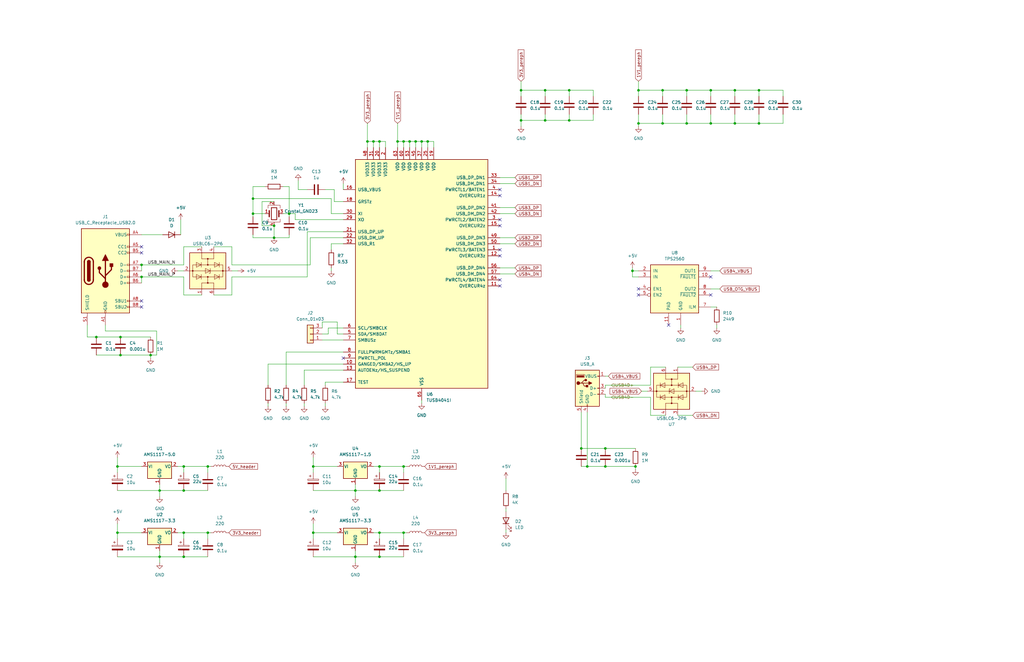
<source format=kicad_sch>
(kicad_sch (version 20211123) (generator eeschema)
  (paper "User" 431.8 279.4)
  (junction (at 167.64 59.69))
  (junction (at 170.18 59.69))
  (junction (at 49.53 196.85))
  (junction (at 154.94 59.69))
  (junction (at 77.47 207.01))
  (junction (at 299.72 38.1))
  (junction (at 50.8 142.24))
  (junction (at 175.26 59.69))
  (junction (at 269.24 52.07))
  (junction (at 77.47 196.85))
  (junction (at 149.86 234.95))
  (junction (at 87.63 224.79))
  (junction (at 255.27 196.85))
  (junction (at 289.56 38.1))
  (junction (at 160.02 196.85))
  (junction (at 121.92 90.17))
  (junction (at 240.03 38.1))
  (junction (at 106.68 90.17))
  (junction (at 266.7 114.3))
  (junction (at 269.24 38.1))
  (junction (at 59.69 116.84))
  (junction (at 299.72 52.07))
  (junction (at 115.57 100.33))
  (junction (at 320.04 52.07))
  (junction (at 67.31 234.95))
  (junction (at 132.08 224.79))
  (junction (at 160.02 207.01))
  (junction (at 172.72 59.69))
  (junction (at 77.47 234.95))
  (junction (at 49.53 224.79))
  (junction (at 289.56 52.07))
  (junction (at 180.34 59.69))
  (junction (at 132.08 196.85))
  (junction (at 106.68 83.82))
  (junction (at 320.04 38.1))
  (junction (at 267.97 196.85))
  (junction (at 177.8 59.69))
  (junction (at 279.4 52.07))
  (junction (at 63.5 149.86))
  (junction (at 40.64 142.24))
  (junction (at 309.88 52.07))
  (junction (at 255.27 189.23))
  (junction (at 240.03 50.8))
  (junction (at 160.02 234.95))
  (junction (at 160.02 224.79))
  (junction (at 87.63 196.85))
  (junction (at 245.11 189.23))
  (junction (at 309.88 38.1))
  (junction (at 157.48 59.69))
  (junction (at 77.47 224.79))
  (junction (at 279.4 38.1))
  (junction (at 160.02 59.69))
  (junction (at 229.87 50.8))
  (junction (at 50.8 149.86))
  (junction (at 219.71 50.8))
  (junction (at 170.18 224.79))
  (junction (at 170.18 196.85))
  (junction (at 67.31 207.01))
  (junction (at 229.87 38.1))
  (junction (at 247.65 196.85))
  (junction (at 149.86 207.01))
  (junction (at 219.71 38.1))
  (junction (at 59.69 111.76))
  (junction (at 115.57 95.25))
  (no_connect (at 59.69 104.14))
  (no_connect (at 59.69 106.68))
  (no_connect (at 59.69 127))
  (no_connect (at 59.69 129.54))
  (no_connect (at 299.72 116.84))
  (no_connect (at 299.72 124.46))
  (no_connect (at 269.24 124.46))
  (no_connect (at 269.24 121.92))
  (no_connect (at 281.94 137.16))
  (no_connect (at 144.78 151.13))
  (no_connect (at 210.82 80.01))
  (no_connect (at 210.82 82.55))
  (no_connect (at 210.82 92.71))
  (no_connect (at 210.82 95.25))
  (no_connect (at 210.82 105.41))
  (no_connect (at 210.82 107.95))
  (no_connect (at 210.82 118.11))
  (no_connect (at 210.82 120.65))
  (wire (pts (xy 289.56 40.64) (xy 289.56 38.1)))
  (wire (pts (xy 138.43 138.43) (xy 138.43 140.97)))
  (wire (pts (xy 97.79 116.84) (xy 97.79 124.46)))
  (wire (pts (xy 144.78 90.17) (xy 139.7 90.17)))
  (wire (pts (xy 77.47 224.79) (xy 87.63 224.79)))
  (wire (pts (xy 87.63 224.79) (xy 87.63 227.33)))
  (wire (pts (xy 210.82 87.63) (xy 217.17 87.63)))
  (wire (pts (xy 49.53 196.85) (xy 59.69 196.85)))
  (wire (pts (xy 132.08 196.85) (xy 142.24 196.85)))
  (wire (pts (xy 77.47 111.76) (xy 77.47 104.14)))
  (wire (pts (xy 139.7 90.17) (xy 139.7 83.82)))
  (wire (pts (xy 97.79 111.76) (xy 130.81 111.76)))
  (wire (pts (xy 139.7 102.87) (xy 144.78 102.87)))
  (wire (pts (xy 125.73 80.01) (xy 129.54 80.01)))
  (wire (pts (xy 50.8 142.24) (xy 63.5 142.24)))
  (wire (pts (xy 330.2 48.26) (xy 330.2 52.07)))
  (wire (pts (xy 180.34 59.69) (xy 180.34 62.23)))
  (wire (pts (xy 132.08 227.33) (xy 132.08 224.79)))
  (wire (pts (xy 125.73 76.2) (xy 125.73 80.01)))
  (wire (pts (xy 44.45 139.7) (xy 66.04 139.7)))
  (wire (pts (xy 219.71 34.29) (xy 219.71 38.1)))
  (wire (pts (xy 76.2 92.71) (xy 76.2 99.06)))
  (wire (pts (xy 77.47 227.33) (xy 77.47 224.79)))
  (wire (pts (xy 229.87 38.1) (xy 240.03 38.1)))
  (wire (pts (xy 219.71 48.26) (xy 219.71 50.8)))
  (wire (pts (xy 266.7 116.84) (xy 269.24 116.84)))
  (wire (pts (xy 142.24 135.89) (xy 135.89 135.89)))
  (wire (pts (xy 144.78 153.67) (xy 113.03 153.67)))
  (wire (pts (xy 172.72 59.69) (xy 172.72 62.23)))
  (wire (pts (xy 66.04 139.7) (xy 66.04 149.86)))
  (wire (pts (xy 130.81 100.33) (xy 144.78 100.33)))
  (wire (pts (xy 279.4 38.1) (xy 279.4 40.64)))
  (wire (pts (xy 219.71 38.1) (xy 219.71 40.64)))
  (wire (pts (xy 175.26 59.69) (xy 175.26 62.23)))
  (wire (pts (xy 144.78 92.71) (xy 124.46 92.71)))
  (wire (pts (xy 120.65 148.59) (xy 144.78 148.59)))
  (wire (pts (xy 149.86 234.95) (xy 149.86 237.49)))
  (wire (pts (xy 74.93 196.85) (xy 77.47 196.85)))
  (wire (pts (xy 77.47 207.01) (xy 87.63 207.01)))
  (wire (pts (xy 49.53 207.01) (xy 67.31 207.01)))
  (wire (pts (xy 132.08 207.01) (xy 149.86 207.01)))
  (wire (pts (xy 240.03 38.1) (xy 240.03 40.64)))
  (wire (pts (xy 130.81 111.76) (xy 130.81 100.33)))
  (wire (pts (xy 289.56 38.1) (xy 299.72 38.1)))
  (wire (pts (xy 139.7 105.41) (xy 139.7 102.87)))
  (wire (pts (xy 142.24 140.97) (xy 142.24 135.89)))
  (wire (pts (xy 157.48 196.85) (xy 160.02 196.85)))
  (wire (pts (xy 170.18 224.79) (xy 171.45 224.79)))
  (wire (pts (xy 135.89 143.51) (xy 144.78 143.51)))
  (wire (pts (xy 269.24 34.29) (xy 269.24 38.1)))
  (wire (pts (xy 137.16 170.18) (xy 137.16 171.45)))
  (wire (pts (xy 285.75 154.94) (xy 292.1 154.94)))
  (wire (pts (xy 67.31 207.01) (xy 67.31 204.47)))
  (wire (pts (xy 266.7 114.3) (xy 266.7 116.84)))
  (wire (pts (xy 137.16 161.29) (xy 144.78 161.29)))
  (wire (pts (xy 247.65 196.85) (xy 255.27 196.85)))
  (wire (pts (xy 320.04 38.1) (xy 330.2 38.1)))
  (wire (pts (xy 167.64 52.07) (xy 167.64 59.69)))
  (wire (pts (xy 219.71 50.8) (xy 229.87 50.8)))
  (wire (pts (xy 87.63 196.85) (xy 88.9 196.85)))
  (wire (pts (xy 67.31 207.01) (xy 67.31 209.55)))
  (wire (pts (xy 128.27 170.18) (xy 128.27 171.45)))
  (wire (pts (xy 240.03 50.8) (xy 250.19 50.8)))
  (wire (pts (xy 160.02 199.39) (xy 160.02 196.85)))
  (wire (pts (xy 299.72 52.07) (xy 309.88 52.07)))
  (wire (pts (xy 44.45 137.16) (xy 44.45 139.7)))
  (wire (pts (xy 49.53 220.98) (xy 49.53 224.79)))
  (wire (pts (xy 149.86 207.01) (xy 160.02 207.01)))
  (wire (pts (xy 49.53 224.79) (xy 59.69 224.79)))
  (wire (pts (xy 110.49 85.09) (xy 110.49 95.25)))
  (wire (pts (xy 121.92 78.74) (xy 121.92 90.17)))
  (wire (pts (xy 160.02 196.85) (xy 170.18 196.85)))
  (wire (pts (xy 210.82 77.47) (xy 217.17 77.47)))
  (wire (pts (xy 129.54 97.79) (xy 144.78 97.79)))
  (wire (pts (xy 132.08 234.95) (xy 149.86 234.95)))
  (wire (pts (xy 266.7 113.03) (xy 266.7 114.3)))
  (wire (pts (xy 274.32 162.56) (xy 274.32 154.94)))
  (wire (pts (xy 50.8 149.86) (xy 63.5 149.86)))
  (wire (pts (xy 279.4 38.1) (xy 289.56 38.1)))
  (wire (pts (xy 149.86 234.95) (xy 149.86 232.41)))
  (wire (pts (xy 121.92 99.06) (xy 121.92 100.33)))
  (wire (pts (xy 67.31 234.95) (xy 77.47 234.95)))
  (wire (pts (xy 182.88 62.23) (xy 182.88 59.69)))
  (wire (pts (xy 137.16 162.56) (xy 137.16 161.29)))
  (wire (pts (xy 124.46 92.71) (xy 124.46 90.17)))
  (wire (pts (xy 255.27 162.56) (xy 274.32 162.56)))
  (wire (pts (xy 267.97 196.85) (xy 267.97 198.12)))
  (wire (pts (xy 132.08 224.79) (xy 142.24 224.79)))
  (wire (pts (xy 287.02 137.16) (xy 287.02 138.43)))
  (wire (pts (xy 49.53 199.39) (xy 49.53 196.85)))
  (wire (pts (xy 106.68 90.17) (xy 111.76 90.17)))
  (wire (pts (xy 132.08 220.98) (xy 132.08 224.79)))
  (wire (pts (xy 97.79 114.3) (xy 100.33 114.3)))
  (wire (pts (xy 160.02 59.69) (xy 160.02 62.23)))
  (wire (pts (xy 74.93 114.3) (xy 77.47 114.3)))
  (wire (pts (xy 106.68 100.33) (xy 115.57 100.33)))
  (wire (pts (xy 213.36 223.52) (xy 213.36 224.79)))
  (wire (pts (xy 177.8 168.91) (xy 177.8 170.18)))
  (wire (pts (xy 135.89 135.89) (xy 135.89 138.43)))
  (wire (pts (xy 269.24 48.26) (xy 269.24 52.07)))
  (wire (pts (xy 210.82 113.03) (xy 217.17 113.03)))
  (wire (pts (xy 299.72 38.1) (xy 299.72 40.64)))
  (wire (pts (xy 59.69 111.76) (xy 77.47 111.76)))
  (wire (pts (xy 160.02 234.95) (xy 170.18 234.95)))
  (wire (pts (xy 111.76 78.74) (xy 106.68 78.74)))
  (wire (pts (xy 77.47 116.84) (xy 77.47 124.46)))
  (wire (pts (xy 115.57 95.25) (xy 115.57 100.33)))
  (wire (pts (xy 289.56 48.26) (xy 289.56 52.07)))
  (wire (pts (xy 139.7 113.03) (xy 139.7 114.3)))
  (wire (pts (xy 240.03 38.1) (xy 250.19 38.1)))
  (wire (pts (xy 320.04 52.07) (xy 330.2 52.07)))
  (wire (pts (xy 144.78 140.97) (xy 142.24 140.97)))
  (wire (pts (xy 67.31 207.01) (xy 77.47 207.01)))
  (wire (pts (xy 229.87 48.26) (xy 229.87 50.8)))
  (wire (pts (xy 106.68 78.74) (xy 106.68 83.82)))
  (wire (pts (xy 162.56 62.23) (xy 162.56 59.69)))
  (wire (pts (xy 160.02 227.33) (xy 160.02 224.79)))
  (wire (pts (xy 269.24 52.07) (xy 269.24 53.34)))
  (wire (pts (xy 137.16 80.01) (xy 140.97 80.01)))
  (wire (pts (xy 106.68 91.44) (xy 106.68 90.17)))
  (wire (pts (xy 210.82 115.57) (xy 217.17 115.57)))
  (wire (pts (xy 177.8 59.69) (xy 180.34 59.69)))
  (wire (pts (xy 132.08 199.39) (xy 132.08 196.85)))
  (wire (pts (xy 170.18 59.69) (xy 172.72 59.69)))
  (wire (pts (xy 245.11 189.23) (xy 255.27 189.23)))
  (wire (pts (xy 106.68 99.06) (xy 106.68 100.33)))
  (wire (pts (xy 87.63 196.85) (xy 87.63 199.39)))
  (wire (pts (xy 255.27 167.64) (xy 255.27 166.37)))
  (wire (pts (xy 149.86 234.95) (xy 160.02 234.95)))
  (wire (pts (xy 128.27 156.21) (xy 128.27 162.56)))
  (wire (pts (xy 139.7 83.82) (xy 106.68 83.82)))
  (wire (pts (xy 250.19 48.26) (xy 250.19 50.8)))
  (wire (pts (xy 170.18 59.69) (xy 170.18 62.23)))
  (wire (pts (xy 77.47 234.95) (xy 87.63 234.95)))
  (wire (pts (xy 167.64 59.69) (xy 170.18 59.69)))
  (wire (pts (xy 49.53 227.33) (xy 49.53 224.79)))
  (wire (pts (xy 299.72 114.3) (xy 303.53 114.3)))
  (wire (pts (xy 255.27 158.75) (xy 256.54 158.75)))
  (wire (pts (xy 320.04 48.26) (xy 320.04 52.07)))
  (wire (pts (xy 295.91 165.1) (xy 293.37 165.1)))
  (wire (pts (xy 154.94 52.07) (xy 154.94 59.69)))
  (wire (pts (xy 140.97 80.01) (xy 140.97 85.09)))
  (wire (pts (xy 160.02 207.01) (xy 170.18 207.01)))
  (wire (pts (xy 87.63 224.79) (xy 88.9 224.79)))
  (wire (pts (xy 170.18 196.85) (xy 171.45 196.85)))
  (wire (pts (xy 320.04 38.1) (xy 320.04 40.64)))
  (wire (pts (xy 59.69 116.84) (xy 77.47 116.84)))
  (wire (pts (xy 49.53 193.04) (xy 49.53 196.85)))
  (wire (pts (xy 97.79 124.46) (xy 90.17 124.46)))
  (wire (pts (xy 149.86 207.01) (xy 149.86 209.55)))
  (wire (pts (xy 144.78 156.21) (xy 128.27 156.21)))
  (wire (pts (xy 36.83 137.16) (xy 36.83 142.24)))
  (wire (pts (xy 77.47 196.85) (xy 87.63 196.85)))
  (wire (pts (xy 170.18 196.85) (xy 170.18 199.39)))
  (wire (pts (xy 170.18 224.79) (xy 170.18 227.33)))
  (wire (pts (xy 309.88 38.1) (xy 320.04 38.1)))
  (wire (pts (xy 154.94 59.69) (xy 157.48 59.69)))
  (wire (pts (xy 255.27 167.64) (xy 274.32 167.64)))
  (wire (pts (xy 157.48 59.69) (xy 157.48 62.23)))
  (wire (pts (xy 309.88 38.1) (xy 309.88 40.64)))
  (wire (pts (xy 110.49 95.25) (xy 115.57 95.25)))
  (wire (pts (xy 110.49 85.09) (xy 115.57 85.09)))
  (wire (pts (xy 40.64 149.86) (xy 50.8 149.86)))
  (wire (pts (xy 229.87 38.1) (xy 229.87 40.64)))
  (wire (pts (xy 97.79 104.14) (xy 90.17 104.14)))
  (wire (pts (xy 177.8 59.69) (xy 177.8 62.23)))
  (wire (pts (xy 121.92 100.33) (xy 115.57 100.33)))
  (wire (pts (xy 66.04 149.86) (xy 63.5 149.86)))
  (wire (pts (xy 113.03 170.18) (xy 113.03 171.45)))
  (wire (pts (xy 274.32 175.26) (xy 280.67 175.26)))
  (wire (pts (xy 67.31 234.95) (xy 67.31 232.41)))
  (wire (pts (xy 77.47 199.39) (xy 77.47 196.85)))
  (wire (pts (xy 299.72 48.26) (xy 299.72 52.07)))
  (wire (pts (xy 266.7 114.3) (xy 269.24 114.3)))
  (wire (pts (xy 210.82 102.87) (xy 217.17 102.87)))
  (wire (pts (xy 157.48 224.79) (xy 160.02 224.79)))
  (wire (pts (xy 140.97 85.09) (xy 144.78 85.09)))
  (wire (pts (xy 67.31 234.95) (xy 67.31 237.49)))
  (wire (pts (xy 157.48 59.69) (xy 160.02 59.69)))
  (wire (pts (xy 77.47 104.14) (xy 85.09 104.14)))
  (wire (pts (xy 97.79 111.76) (xy 97.79 104.14)))
  (wire (pts (xy 160.02 59.69) (xy 162.56 59.69)))
  (wire (pts (xy 279.4 52.07) (xy 289.56 52.07)))
  (wire (pts (xy 309.88 52.07) (xy 320.04 52.07)))
  (wire (pts (xy 113.03 153.67) (xy 113.03 162.56)))
  (wire (pts (xy 210.82 100.33) (xy 217.17 100.33)))
  (wire (pts (xy 97.79 116.84) (xy 129.54 116.84)))
  (wire (pts (xy 250.19 40.64) (xy 250.19 38.1)))
  (wire (pts (xy 289.56 52.07) (xy 299.72 52.07)))
  (wire (pts (xy 144.78 138.43) (xy 138.43 138.43)))
  (wire (pts (xy 299.72 38.1) (xy 309.88 38.1)))
  (wire (pts (xy 240.03 48.26) (xy 240.03 50.8)))
  (wire (pts (xy 40.64 142.24) (xy 50.8 142.24)))
  (wire (pts (xy 132.08 193.04) (xy 132.08 196.85)))
  (wire (pts (xy 129.54 116.84) (xy 129.54 97.79)))
  (wire (pts (xy 299.72 121.92) (xy 303.53 121.92)))
  (wire (pts (xy 175.26 59.69) (xy 177.8 59.69)))
  (wire (pts (xy 59.69 111.76) (xy 59.69 114.3)))
  (wire (pts (xy 245.11 173.99) (xy 245.11 189.23)))
  (wire (pts (xy 274.32 154.94) (xy 280.67 154.94)))
  (wire (pts (xy 59.69 99.06) (xy 68.58 99.06)))
  (wire (pts (xy 255.27 196.85) (xy 267.97 196.85)))
  (wire (pts (xy 299.72 129.54) (xy 302.26 129.54)))
  (wire (pts (xy 269.24 52.07) (xy 279.4 52.07)))
  (wire (pts (xy 229.87 50.8) (xy 240.03 50.8)))
  (wire (pts (xy 255.27 189.23) (xy 267.97 189.23)))
  (wire (pts (xy 149.86 207.01) (xy 149.86 204.47)))
  (wire (pts (xy 269.24 38.1) (xy 279.4 38.1)))
  (wire (pts (xy 120.65 162.56) (xy 120.65 148.59)))
  (wire (pts (xy 279.4 48.26) (xy 279.4 52.07)))
  (wire (pts (xy 285.75 175.26) (xy 292.1 175.26)))
  (wire (pts (xy 160.02 224.79) (xy 170.18 224.79)))
  (wire (pts (xy 302.26 137.16) (xy 302.26 138.43)))
  (wire (pts (xy 119.38 78.74) (xy 121.92 78.74)))
  (wire (pts (xy 270.51 165.1) (xy 273.05 165.1)))
  (wire (pts (xy 219.71 38.1) (xy 229.87 38.1)))
  (wire (pts (xy 210.82 74.93) (xy 217.17 74.93)))
  (wire (pts (xy 247.65 173.99) (xy 247.65 196.85)))
  (wire (pts (xy 269.24 38.1) (xy 269.24 40.64)))
  (wire (pts (xy 154.94 59.69) (xy 154.94 62.23)))
  (wire (pts (xy 245.11 196.85) (xy 247.65 196.85)))
  (wire (pts (xy 144.78 77.47) (xy 144.78 80.01)))
  (wire (pts (xy 106.68 83.82) (xy 106.68 90.17)))
  (wire (pts (xy 180.34 59.69) (xy 182.88 59.69)))
  (wire (pts (xy 77.47 124.46) (xy 85.09 124.46)))
  (wire (pts (xy 36.83 142.24) (xy 40.64 142.24)))
  (wire (pts (xy 210.82 90.17) (xy 217.17 90.17)))
  (wire (pts (xy 74.93 224.79) (xy 77.47 224.79)))
  (wire (pts (xy 121.92 90.17) (xy 121.92 91.44)))
  (wire (pts (xy 172.72 59.69) (xy 175.26 59.69)))
  (wire (pts (xy 167.64 59.69) (xy 167.64 62.23)))
  (wire (pts (xy 219.71 50.8) (xy 219.71 53.34)))
  (wire (pts (xy 63.5 149.86) (xy 63.5 151.13)))
  (wire (pts (xy 59.69 116.84) (xy 59.69 119.38)))
  (wire (pts (xy 124.46 90.17) (xy 121.92 90.17)))
  (wire (pts (xy 49.53 234.95) (xy 67.31 234.95)))
  (wire (pts (xy 213.36 214.63) (xy 213.36 215.9)))
  (wire (pts (xy 274.32 167.64) (xy 274.32 175.26)))
  (wire (pts (xy 120.65 170.18) (xy 120.65 171.45)))
  (wire (pts (xy 255.27 162.56) (xy 255.27 163.83)))
  (wire (pts (xy 309.88 48.26) (xy 309.88 52.07)))
  (wire (pts (xy 138.43 140.97) (xy 135.89 140.97)))
  (wire (pts (xy 330.2 40.64) (xy 330.2 38.1)))
  (wire (pts (xy 213.36 201.93) (xy 213.36 207.01)))
  (wire (pts (xy 119.38 90.17) (xy 121.92 90.17)))
  (label "USB_MAIN_N" (at 62.23 111.76 0))
  (label "USB_MAIN_P" (at 62.23 116.84 0))
  (global_label "USB4_DN" (shape input) (at 217.17 115.57 0) (property "Intersheet References" "${INTERSHEET_REFS}" (effects hide)))
  (global_label "USB4_VBUS" (shape input) (at 270.51 165.1 180) (property "Intersheet References" "${INTERSHEET_REFS}" (effects hide)))
  (global_label "1V1_pereph" (shape input) (at 179.07 196.85 0) (property "Intersheet References" "${INTERSHEET_REFS}" (effects hide)))
  (global_label "3V3_header" (shape input) (at 96.52 224.79 0) (property "Intersheet References" "${INTERSHEET_REFS}" (effects hide)))
  (global_label "1V1_pereph" (shape input) (at 269.24 34.29 90) (property "Intersheet References" "${INTERSHEET_REFS}" (effects hide)))
  (global_label "3V3_pereph" (shape input) (at 154.94 52.07 90) (property "Intersheet References" "${INTERSHEET_REFS}" (effects hide)))
  (global_label "USB4_VBUS" (shape input) (at 303.53 114.3 0) (property "Intersheet References" "${INTERSHEET_REFS}" (effects hide)))
  (global_label "USB_OTG_VBUS" (shape input) (at 303.53 121.92 0) (property "Intersheet References" "${INTERSHEET_REFS}" (effects hide)))
  (global_label "USB2_DP" (shape input) (at 217.17 100.33 0) (property "Intersheet References" "${INTERSHEET_REFS}" (effects hide)))
  (global_label "USB4_DP" (shape input) (at 217.17 113.03 0) (property "Intersheet References" "${INTERSHEET_REFS}" (effects hide)))
  (global_label "USB4_DP" (shape input) (at 292.1 154.94 0) (property "Intersheet References" "${INTERSHEET_REFS}" (effects hide)))
  (global_label "3V3_pereph" (shape input) (at 179.07 224.79 0) (property "Intersheet References" "${INTERSHEET_REFS}" (effects hide)))
  (global_label "USB2_DN" (shape input) (at 217.17 102.87 0) (property "Intersheet References" "${INTERSHEET_REFS}" (effects hide)))
  (global_label "1V1_pereph" (shape input) (at 167.64 52.07 90) (property "Intersheet References" "${INTERSHEET_REFS}" (effects hide)))
  (global_label "USB4_DN" (shape input) (at 292.1 175.26 0) (property "Intersheet References" "${INTERSHEET_REFS}" (effects hide)))
  (global_label "USB4_VBUS" (shape input) (at 256.54 158.75 0) (property "Intersheet References" "${INTERSHEET_REFS}" (effects hide)))
  (global_label "USB1_DP" (shape input) (at 217.17 74.93 0) (property "Intersheet References" "${INTERSHEET_REFS}" (effects hide)))
  (global_label "5V_header" (shape input) (at 96.52 196.85 0) (property "Intersheet References" "${INTERSHEET_REFS}" (effects hide)))
  (global_label "USB1_DN" (shape input) (at 217.17 77.47 0) (property "Intersheet References" "${INTERSHEET_REFS}" (effects hide)))
  (global_label "USB3_DP" (shape input) (at 217.17 87.63 0) (property "Intersheet References" "${INTERSHEET_REFS}" (effects hide)))
  (global_label "USB3_DN" (shape input) (at 217.17 90.17 0) (property "Intersheet References" "${INTERSHEET_REFS}" (effects hide)))
  (global_label "3V3_pereph" (shape input) (at 219.71 34.29 90) (property "Intersheet References" "${INTERSHEET_REFS}" (effects hide)))
  (hierarchical_label "USB4D+" (shape input) (at 257.81 162.56 0))
  (hierarchical_label "USB4D-" (shape input) (at 257.81 167.64 0))
  (symbol (lib_id "Device:R") (at 63.5 146.05 0) (unit 1)
    (property "Reference" "R1" (at 66.04 144.7799 0) (effects (justify left)))
    (property "Value" "1M" (at 66.04 147.3199 0) (effects (justify left)))
    (property "Footprint" "Resistor_SMD:R_0603_1608Metric_Pad0.98x0.95mm_HandSolder" (effects hide))
  )
  (symbol (lib_id "Interface_USB:TPS2560") (at 284.48 121.92 0) (unit 1)
    (property "Reference" "U8" (at 284.48 106.68 0))
    (property "Value" "TPS2560" (at 284.48 109.22 0))
    (property "Footprint" "Package_SON:VSON-10-1EP_3x3mm_P0.5mm_EP1.65x2.4mm" (effects hide))
    (property "Datasheet" "http://www.ti.com/lit/ds/symlink/tps2560.pdf" (effects hide))
  )
  (symbol (lib_id "Device:D") (at 72.39 99.06 180) (unit 1)
    (property "Reference" "D1" (at 72.39 92.71 0))
    (property "Value" "D" (at 72.39 95.25 0))
    (property "Footprint" "Diode_SMD:D_0805_2012Metric_Pad1.15x1.40mm_HandSolder" (effects hide))
  )
  (symbol (lib_id "power:GND") (at 287.02 138.43 0) (unit 1)
    (property "Reference" "#PWR028" (effects hide))
    (property "Value" "GND" (at 287.02 143.51 0))
  )
  (symbol (lib_id "Device:C") (at 170.18 203.2 0) (unit 1)
    (property "Reference" "C16" (at 173.99 201.9299 0) (effects (justify left)))
    (property "Value" "0.1u" (at 173.99 204.4699 0) (effects (justify left)))
    (property "Footprint" "Capacitor_SMD:C_0805_2012Metric_Pad1.18x1.45mm_HandSolder" (effects hide))
  )
  (symbol (lib_id "Device:R") (at 115.57 78.74 90) (unit 1)
    (property "Reference" "R3" (at 115.57 72.39 90))
    (property "Value" "1M" (at 115.57 74.93 90))
    (property "Footprint" "Resistor_SMD:R_0603_1608Metric_Pad0.98x0.95mm_HandSolder" (effects hide))
  )
  (symbol (lib_id "Device:C") (at 229.87 44.45 0) (unit 1)
    (property "Reference" "C19" (at 233.68 43.1799 0) (effects (justify left)))
    (property "Value" "0.1u" (at 233.68 45.7199 0) (effects (justify left)))
    (property "Footprint" "Capacitor_SMD:C_0603_1608Metric_Pad1.08x0.95mm_HandSolder" (effects hide))
  )
  (symbol (lib_id "Regulator_Linear:AMS1117-3.3") (at 67.31 224.79 0) (unit 1)
    (property "Reference" "U2" (at 67.31 217.17 0))
    (property "Value" "AMS1117-3.3" (at 67.31 219.71 0))
    (property "Footprint" "Package_TO_SOT_SMD:SOT-223-3_TabPin2" (effects hide))
    (property "Datasheet" "http://www.advanced-monolithic.com/pdf/ds1117.pdf" (effects hide))
  )
  (symbol (lib_id "Device:R") (at 302.26 133.35 0) (unit 1)
    (property "Reference" "R10" (at 304.8 132.0799 0) (effects (justify left)))
    (property "Value" "24k9" (at 304.8 134.6199 0) (effects (justify left)))
    (property "Footprint" "Resistor_SMD:R_0603_1608Metric_Pad0.98x0.95mm_HandSolder" (effects hide))
  )
  (symbol (lib_id "Device:C_Polarized") (at 132.08 203.2 0) (unit 1)
    (property "Reference" "C11" (at 135.89 201.0409 0) (effects (justify left)))
    (property "Value" "10u" (at 135.89 203.5809 0) (effects (justify left)))
    (property "Footprint" "Capacitor_Tantalum_SMD:CP_EIA-6032-15_Kemet-U_Pad2.25x2.35mm_HandSolder" (effects hide))
  )
  (symbol (lib_id "Interface_USB:TUSB4041I") (at 177.8 115.57 0) (unit 1)
    (property "Reference" "U6" (at 179.8194 166.37 0) (effects (justify left)))
    (property "Value" "TUSB4041I" (at 179.8194 168.91 0) (effects (justify left)))
    (property "Footprint" "Package_QFP:HTQFP-64-1EP_10x10mm_P0.5mm_EP8x8mm_Mask4.4x4.4mm_ThermalVias" (effects hide))
    (property "Datasheet" "http://www.ti.com/lit/ds/symlink/tusb4041i.pdf" (effects hide))
  )
  (symbol (lib_id "Power_Protection:USBLC6-2P6") (at 87.63 114.3 270) (mirror x) (unit 1)
    (property "Reference" "U3" (at 87.63 100.33 90))
    (property "Value" "USBLC6-2P6" (at 87.63 102.87 90))
    (property "Footprint" "Package_TO_SOT_SMD:SOT-666" (effects hide))
    (property "Datasheet" "https://www.st.com/resource/en/datasheet/usblc6-2.pdf" (effects hide))
  )
  (symbol (lib_id "Device:C_Polarized") (at 160.02 203.2 0) (unit 1)
    (property "Reference" "C14" (at 163.83 201.0409 0) (effects (justify left)))
    (property "Value" "22u" (at 163.83 203.2 0) (effects (justify left)))
    (property "Footprint" "Capacitor_Tantalum_SMD:CP_EIA-6032-15_Kemet-U_Pad2.25x2.35mm_HandSolder" (effects hide))
  )
  (symbol (lib_id "Device:C") (at 106.68 95.25 0) (unit 1)
    (property "Reference" "C9" (at 110.49 93.9799 0) (effects (justify left)))
    (property "Value" "0.1u" (at 110.49 96.5199 0) (effects (justify left)))
    (property "Footprint" "Capacitor_SMD:C_0603_1608Metric_Pad1.08x0.95mm_HandSolder" (effects hide))
  )
  (symbol (lib_id "Device:C") (at 309.88 44.45 0) (unit 1)
    (property "Reference" "C28" (at 313.69 43.1799 0) (effects (justify left)))
    (property "Value" "0.1u" (at 313.69 45.7199 0) (effects (justify left)))
    (property "Footprint" "Capacitor_SMD:C_0603_1608Metric_Pad1.08x0.95mm_HandSolder" (effects hide))
  )
  (symbol (lib_id "Connector:USB_A") (at 247.65 163.83 0) (unit 1)
    (property "Reference" "J3" (at 247.65 151.13 0))
    (property "Value" "USB_A" (at 247.65 153.67 0))
    (property "Footprint" "Connector_USB:USB_A_Molex_67643_Horizontal" (effects hide))
    (property "Datasheet" " ~" (effects hide))
  )
  (symbol (lib_id "Device:C_Polarized") (at 77.47 203.2 0) (unit 1)
    (property "Reference" "C5" (at 81.28 201.0409 0) (effects (justify left)))
    (property "Value" "22u" (at 81.28 203.2 0) (effects (justify left)))
    (property "Footprint" "Capacitor_Tantalum_SMD:CP_EIA-6032-15_Kemet-U_Pad2.25x2.35mm_HandSolder" (effects hide))
  )
  (symbol (lib_id "power:+5V") (at 49.53 220.98 0) (unit 1)
    (property "Reference" "#PWR02" (effects hide))
    (property "Value" "+5V" (at 49.53 215.9 0))
  )
  (symbol (lib_id "power:GND") (at 295.91 165.1 90) (unit 1)
    (property "Reference" "#PWR029" (effects hide))
    (property "Value" "GND" (at 299.72 165.0999 90) (effects (justify right)))
  )
  (symbol (lib_id "Device:R") (at 139.7 109.22 0) (unit 1)
    (property "Reference" "R7" (at 142.24 107.9499 0) (effects (justify left)))
    (property "Value" "9.53" (at 142.24 110.4899 0) (effects (justify left)))
    (property "Footprint" "Resistor_SMD:R_0603_1608Metric_Pad0.98x0.95mm_HandSolder" (effects hide))
  )
  (symbol (lib_id "Device:C") (at 269.24 44.45 0) (unit 1)
    (property "Reference" "C24" (at 273.05 43.1799 0) (effects (justify left)))
    (property "Value" "0.1u" (at 273.05 45.7199 0) (effects (justify left)))
    (property "Footprint" "Capacitor_SMD:C_0603_1608Metric_Pad1.08x0.95mm_HandSolder" (effects hide))
  )
  (symbol (lib_id "power:GND") (at 113.03 171.45 0) (unit 1)
    (property "Reference" "#PWR09" (effects hide))
    (property "Value" "GND" (at 113.03 176.53 0))
  )
  (symbol (lib_id "power:GND") (at 120.65 171.45 0) (unit 1)
    (property "Reference" "#PWR011" (effects hide))
    (property "Value" "GND" (at 120.65 176.53 0))
  )
  (symbol (lib_id "power:GND") (at 137.16 171.45 0) (unit 1)
    (property "Reference" "#PWR016" (effects hide))
    (property "Value" "GND" (at 137.16 176.53 0))
  )
  (symbol (lib_id "power:GND") (at 213.36 224.79 0) (unit 1)
    (property "Reference" "#PWR023" (effects hide))
    (property "Value" "GND" (at 213.36 229.87 0))
  )
  (symbol (lib_id "Device:Crystal_GND24") (at 115.57 90.17 0) (unit 1)
    (property "Reference" "Y1" (at 127 86.5886 0))
    (property "Value" "Crystal_GND23" (at 127 89.1286 0))
    (property "Footprint" "Crystal:Crystal_SMD_2520-4Pin_2.5x2.0mm" (effects hide))
  )
  (symbol (lib_id "Device:C") (at 250.19 44.45 0) (unit 1)
    (property "Reference" "C22" (at 254 43.1799 0) (effects (justify left)))
    (property "Value" "0.1u" (at 254 45.7199 0) (effects (justify left)))
    (property "Footprint" "Capacitor_SMD:C_0603_1608Metric_Pad1.08x0.95mm_HandSolder" (effects hide))
  )
  (symbol (lib_id "Device:C_Polarized") (at 49.53 231.14 0) (unit 1)
    (property "Reference" "C3" (at 53.34 228.9809 0) (effects (justify left)))
    (property "Value" "10u" (at 53.34 231.5209 0) (effects (justify left)))
    (property "Footprint" "Capacitor_Tantalum_SMD:CP_EIA-6032-15_Kemet-U_Pad2.25x2.35mm_HandSolder" (effects hide))
  )
  (symbol (lib_id "Device:C_Polarized") (at 132.08 231.14 0) (unit 1)
    (property "Reference" "C12" (at 135.89 228.9809 0) (effects (justify left)))
    (property "Value" "10u" (at 135.89 231.5209 0) (effects (justify left)))
    (property "Footprint" "Capacitor_Tantalum_SMD:CP_EIA-6032-15_Kemet-U_Pad2.25x2.35mm_HandSolder" (effects hide))
  )
  (symbol (lib_id "Device:C_Polarized") (at 77.47 231.14 0) (unit 1)
    (property "Reference" "C6" (at 81.28 228.9809 0) (effects (justify left)))
    (property "Value" "22u" (at 81.28 231.14 0) (effects (justify left)))
    (property "Footprint" "Capacitor_Tantalum_SMD:CP_EIA-6032-15_Kemet-U_Pad2.25x2.35mm_HandSolder" (effects hide))
  )
  (symbol (lib_id "power:+5V") (at 266.7 113.03 0) (unit 1)
    (property "Reference" "#PWR025" (effects hide))
    (property "Value" "+5V" (at 266.7 107.95 0))
  )
  (symbol (lib_id "power:GND") (at 67.31 209.55 0) (unit 1)
    (property "Reference" "#PWR04" (effects hide))
    (property "Value" "GND" (at 67.31 214.63 0))
  )
  (symbol (lib_id "Device:R") (at 128.27 166.37 0) (unit 1)
    (property "Reference" "R5" (at 130.81 165.0999 0) (effects (justify left)))
    (property "Value" "4.7k" (at 130.81 167.6399 0) (effects (justify left)))
    (property "Footprint" "Resistor_SMD:R_0603_1608Metric_Pad0.98x0.95mm_HandSolder" (effects hide))
  )
  (symbol (lib_id "power:GND") (at 149.86 237.49 0) (unit 1)
    (property "Reference" "#PWR020" (effects hide))
    (property "Value" "GND" (at 149.86 242.57 0))
  )
  (symbol (lib_id "power:GND") (at 139.7 114.3 0) (unit 1)
    (property "Reference" "#PWR017" (effects hide))
    (property "Value" "GND" (at 139.7 119.38 0))
  )
  (symbol (lib_id "Device:R") (at 113.03 166.37 0) (unit 1)
    (property "Reference" "R2" (at 115.57 165.0999 0) (effects (justify left)))
    (property "Value" "4.7k" (at 115.57 167.6399 0) (effects (justify left)))
    (property "Footprint" "Resistor_SMD:R_0603_1608Metric_Pad0.98x0.95mm_HandSolder" (effects hide))
  )
  (symbol (lib_id "Device:C_Polarized") (at 49.53 203.2 0) (unit 1)
    (property "Reference" "C2" (at 53.34 201.0409 0) (effects (justify left)))
    (property "Value" "10u" (at 53.34 203.5809 0) (effects (justify left)))
    (property "Footprint" "Capacitor_Tantalum_SMD:CP_EIA-6032-15_Kemet-U_Pad2.25x2.35mm_HandSolder" (effects hide))
  )
  (symbol (lib_id "Device:C") (at 87.63 231.14 0) (unit 1)
    (property "Reference" "C8" (at 91.44 229.8699 0) (effects (justify left)))
    (property "Value" "0.1u" (at 91.44 232.4099 0) (effects (justify left)))
    (property "Footprint" "Capacitor_SMD:C_0805_2012Metric_Pad1.18x1.45mm_HandSolder" (effects hide))
  )
  (symbol (lib_id "Device:C") (at 240.03 44.45 0) (unit 1)
    (property "Reference" "C20" (at 243.84 43.1799 0) (effects (justify left)))
    (property "Value" "0.1u" (at 243.84 45.7199 0) (effects (justify left)))
    (property "Footprint" "Capacitor_SMD:C_0603_1608Metric_Pad1.08x0.95mm_HandSolder" (effects hide))
  )
  (symbol (lib_id "power:GND") (at 63.5 151.13 0) (unit 1)
    (property "Reference" "#PWR03" (effects hide))
    (property "Value" "GND" (at 63.5 156.21 0))
  )
  (symbol (lib_id "power:GND") (at 115.57 100.33 0) (unit 1)
    (property "Reference" "#PWR010" (effects hide))
    (property "Value" "GND" (at 115.57 105.41 0))
  )
  (symbol (lib_id "power:GND") (at 302.26 138.43 0) (unit 1)
    (property "Reference" "#PWR030" (effects hide))
    (property "Value" "GND" (at 302.26 143.51 0))
  )
  (symbol (lib_id "power:GND") (at 125.73 76.2 180) (unit 1)
    (property "Reference" "#PWR012" (effects hide))
    (property "Value" "GND" (at 125.73 71.12 0))
  )
  (symbol (lib_id "Device:C") (at 279.4 44.45 0) (unit 1)
    (property "Reference" "C25" (at 283.21 43.1799 0) (effects (justify left)))
    (property "Value" "0.1u" (at 283.21 45.7199 0) (effects (justify left)))
    (property "Footprint" "Capacitor_SMD:C_0603_1608Metric_Pad1.08x0.95mm_HandSolder" (effects hide))
  )
  (symbol (lib_id "Device:C") (at 245.11 193.04 0) (unit 1)
    (property "Reference" "C21" (at 248.92 191.7699 0) (effects (justify left)))
    (property "Value" "0.1u" (at 248.92 194.3099 0) (effects (justify left)))
    (property "Footprint" "Capacitor_SMD:C_0603_1608Metric_Pad1.08x0.95mm_HandSolder" (effects hide))
  )
  (symbol (lib_id "Device:L") (at 92.71 224.79 90) (unit 1)
    (property "Reference" "L2" (at 92.71 218.44 90))
    (property "Value" "220" (at 92.71 220.98 90))
    (property "Footprint" "Inductor_SMD:L_2010_5025Metric_Pad1.52x2.65mm_HandSolder" (effects hide))
  )
  (symbol (lib_id "power:+5V") (at 132.08 193.04 0) (unit 1)
    (property "Reference" "#PWR014" (effects hide))
    (property "Value" "+5V" (at 132.08 187.96 0))
  )
  (symbol (lib_id "Device:C") (at 133.35 80.01 90) (unit 1)
    (property "Reference" "C13" (at 133.35 72.39 90))
    (property "Value" "1u" (at 133.35 74.93 90))
    (property "Footprint" "Capacitor_SMD:C_0603_1608Metric_Pad1.08x0.95mm_HandSolder" (effects hide))
  )
  (symbol (lib_id "Connector:USB_C_Receptacle_USB2.0") (at 44.45 114.3 0) (unit 1)
    (property "Reference" "J1" (at 44.45 91.44 0))
    (property "Value" "USB_C_Receptacle_USB2.0" (at 44.45 93.98 0))
    (property "Footprint" "Connector_USB:USB_C_Receptacle_HRO_TYPE-C-31-M-12" (effects hide))
    (property "Datasheet" "https://www.usb.org/sites/default/files/documents/usb_type-c.zip" (effects hide))
  )
  (symbol (lib_id "Device:L") (at 175.26 196.85 90) (unit 1)
    (property "Reference" "L3" (at 175.26 190.5 90))
    (property "Value" "220" (at 175.26 193.04 90))
    (property "Footprint" "Inductor_SMD:L_2010_5025Metric_Pad1.52x2.65mm_HandSolder" (effects hide))
  )
  (symbol (lib_id "power:+5V") (at 76.2 92.71 0) (unit 1)
    (property "Reference" "#PWR07" (effects hide))
    (property "Value" "+5V" (at 76.2 87.63 0))
  )
  (symbol (lib_id "power:+5V") (at 213.36 201.93 0) (unit 1)
    (property "Reference" "#PWR022" (effects hide))
    (property "Value" "+5V" (at 213.36 196.85 0))
  )
  (symbol (lib_id "Device:LED") (at 213.36 219.71 90) (unit 1)
    (property "Reference" "D2" (at 217.17 220.0274 90) (effects (justify right)))
    (property "Value" "LED" (at 217.17 222.5674 90) (effects (justify right)))
    (property "Footprint" "LED_SMD:LED_0805_2012Metric_Pad1.15x1.40mm_HandSolder" (effects hide))
  )
  (symbol (lib_id "Device:C") (at 330.2 44.45 0) (unit 1)
    (property "Reference" "C30" (at 334.01 43.1799 0) (effects (justify left)))
    (property "Value" "0.1u" (at 334.01 45.7199 0) (effects (justify left)))
    (property "Footprint" "Capacitor_SMD:C_0603_1608Metric_Pad1.08x0.95mm_HandSolder" (effects hide))
  )
  (symbol (lib_id "power:GND") (at 267.97 198.12 0) (unit 1)
    (property "Reference" "#PWR026" (effects hide))
    (property "Value" "GND" (at 267.97 203.2 0))
  )
  (symbol (lib_id "power:GND") (at 149.86 209.55 0) (unit 1)
    (property "Reference" "#PWR019" (effects hide))
    (property "Value" "GND" (at 149.86 214.63 0))
  )
  (symbol (lib_id "power:GND") (at 74.93 114.3 270) (unit 1)
    (property "Reference" "#PWR08" (effects hide))
    (property "Value" "GND" (at 71.12 114.2999 90) (effects (justify right)))
  )
  (symbol (lib_id "Device:C") (at 50.8 146.05 0) (unit 1)
    (property "Reference" "C4" (at 54.61 144.7799 0) (effects (justify left)))
    (property "Value" "0.001u" (at 54.61 147.3199 0) (effects (justify left)))
    (property "Footprint" "Capacitor_SMD:C_0603_1608Metric_Pad1.08x0.95mm_HandSolder" (effects hide))
  )
  (symbol (lib_id "Power_Protection:USBLC6-2P6") (at 283.21 165.1 90) (mirror x) (unit 1)
    (property "Reference" "U7" (at 283.21 179.07 90))
    (property "Value" "USBLC6-2P6" (at 283.21 176.53 90))
    (property "Footprint" "Package_TO_SOT_SMD:SOT-666" (effects hide))
    (property "Datasheet" "https://www.st.com/resource/en/datasheet/usblc6-2.pdf" (effects hide))
  )
  (symbol (lib_id "power:GND") (at 128.27 171.45 0) (unit 1)
    (property "Reference" "#PWR013" (effects hide))
    (property "Value" "GND" (at 128.27 176.53 0))
  )
  (symbol (lib_id "Device:C") (at 87.63 203.2 0) (unit 1)
    (property "Reference" "C7" (at 91.44 201.9299 0) (effects (justify left)))
    (property "Value" "0.1u" (at 91.44 204.4699 0) (effects (justify left)))
    (property "Footprint" "Capacitor_SMD:C_0805_2012Metric_Pad1.18x1.45mm_HandSolder" (effects hide))
  )
  (symbol (lib_id "power:+5V") (at 144.78 77.47 0) (unit 1)
    (property "Reference" "#PWR018" (effects hide))
    (property "Value" "+5V" (at 144.78 72.39 0))
  )
  (symbol (lib_id "Regulator_Linear:AMS1117-1.5") (at 149.86 196.85 0) (unit 1)
    (property "Reference" "U4" (at 149.86 189.23 0))
    (property "Value" "AMS1117-1.5" (at 149.86 191.77 0))
    (property "Footprint" "Package_TO_SOT_SMD:SOT-223-3_TabPin2" (effects hide))
    (property "Datasheet" "http://www.advanced-monolithic.com/pdf/ds1117.pdf" (effects hide))
  )
  (symbol (lib_id "Device:C") (at 320.04 44.45 0) (unit 1)
    (property "Reference" "C29" (at 323.85 43.1799 0) (effects (justify left)))
    (property "Value" "0.1u" (at 323.85 45.7199 0) (effects (justify left)))
    (property "Footprint" "Capacitor_SMD:C_0603_1608Metric_Pad1.08x0.95mm_HandSolder" (effects hide))
  )
  (symbol (lib_id "Device:R") (at 120.65 166.37 0) (unit 1)
    (property "Reference" "R4" (at 123.19 165.0999 0) (effects (justify left)))
    (property "Value" "4.7k" (at 123.19 167.6399 0) (effects (justify left)))
    (property "Footprint" "Resistor_SMD:R_0603_1608Metric_Pad0.98x0.95mm_HandSolder" (effects hide))
  )
  (symbol (lib_id "Device:C") (at 255.27 193.04 0) (unit 1)
    (property "Reference" "C23" (at 259.08 191.7699 0) (effects (justify left)))
    (property "Value" "0.001u" (at 259.08 194.3099 0) (effects (justify left)))
    (property "Footprint" "Capacitor_SMD:C_0603_1608Metric_Pad1.08x0.95mm_HandSolder" (effects hide))
  )
  (symbol (lib_id "Device:C") (at 219.71 44.45 0) (unit 1)
    (property "Reference" "C18" (at 223.52 43.1799 0) (effects (justify left)))
    (property "Value" "0.1u" (at 223.52 45.7199 0) (effects (justify left)))
    (property "Footprint" "Capacitor_SMD:C_0603_1608Metric_Pad1.08x0.95mm_HandSolder" (effects hide))
  )
  (symbol (lib_id "power:GND") (at 269.24 53.34 0) (unit 1)
    (property "Reference" "#PWR027" (effects hide))
    (property "Value" "GND" (at 269.24 58.42 0))
  )
  (symbol (lib_id "Device:R") (at 213.36 210.82 0) (unit 1)
    (property "Reference" "R8" (at 215.9 209.5499 0) (effects (justify left)))
    (property "Value" "4K" (at 215.9 212.0899 0) (effects (justify left)))
    (property "Footprint" "Resistor_SMD:R_0603_1608Metric_Pad0.98x0.95mm_HandSolder" (effects hide))
  )
  (symbol (lib_id "power:GND") (at 177.8 170.18 0) (unit 1)
    (property "Reference" "#PWR021" (effects hide))
    (property "Value" "GND" (at 177.8 175.26 0))
  )
  (symbol (lib_id "power:GND") (at 219.71 53.34 0) (unit 1)
    (property "Reference" "#PWR024" (effects hide))
    (property "Value" "GND" (at 219.71 58.42 0))
  )
  (symbol (lib_id "Regulator_Linear:AMS1117-3.3") (at 149.86 224.79 0) (unit 1)
    (property "Reference" "U5" (at 149.86 217.17 0))
    (property "Value" "AMS1117-3.3" (at 149.86 219.71 0))
    (property "Footprint" "Package_TO_SOT_SMD:SOT-223-3_TabPin2" (effects hide))
    (property "Datasheet" "http://www.advanced-monolithic.com/pdf/ds1117.pdf" (effects hide))
  )
  (symbol (lib_id "power:+5V") (at 100.33 114.3 270) (unit 1)
    (property "Reference" "#PWR06" (effects hide))
    (property "Value" "+5V" (at 107.95 114.3 90) (effects (justify right)))
  )
  (symbol (lib_id "Device:R") (at 267.97 193.04 0) (unit 1)
    (property "Reference" "R9" (at 270.51 191.7699 0) (effects (justify left)))
    (property "Value" "1M" (at 270.51 194.3099 0) (effects (justify left)))
    (property "Footprint" "Resistor_SMD:R_0603_1608Metric_Pad0.98x0.95mm_HandSolder" (effects hide))
  )
  (symbol (lib_id "Device:L") (at 92.71 196.85 90) (unit 1)
    (property "Reference" "L1" (at 92.71 190.5 90))
    (property "Value" "220" (at 92.71 193.04 90))
    (property "Footprint" "Inductor_SMD:L_2010_5025Metric_Pad1.52x2.65mm_HandSolder" (effects hide))
  )
  (symbol (lib_id "Device:R") (at 137.16 166.37 0) (unit 1)
    (property "Reference" "R6" (at 139.7 165.0999 0) (effects (justify left)))
    (property "Value" "4.7k" (at 139.7 167.6399 0) (effects (justify left)))
    (property "Footprint" "Resistor_SMD:R_0603_1608Metric_Pad0.98x0.95mm_HandSolder" (effects hide))
  )
  (symbol (lib_id "Connector_Generic:Conn_01x03") (at 130.81 140.97 180) (unit 1)
    (property "Reference" "J2" (at 130.81 132.08 0))
    (property "Value" "Conn_01x03" (at 130.81 134.62 0))
    (property "Footprint" "Connector_PinHeader_2.54mm:PinHeader_1x03_P2.54mm_Vertical" (effects hide))
  )
  (symbol (lib_id "Device:C") (at 170.18 231.14 0) (unit 1)
    (property "Reference" "C17" (at 173.99 229.8699 0) (effects (justify left)))
    (property "Value" "0.1u" (at 173.99 232.4099 0) (effects (justify left)))
    (property "Footprint" "Capacitor_SMD:C_0805_2012Metric_Pad1.18x1.45mm_HandSolder" (effects hide))
  )
  (symbol (lib_id "power:+5V") (at 49.53 193.04 0) (unit 1)
    (property "Reference" "#PWR01" (effects hide))
    (property "Value" "+5V" (at 49.53 187.96 0))
  )
  (symbol (lib_id "power:+5V") (at 132.08 220.98 0) (unit 1)
    (property "Reference" "#PWR015" (effects hide))
    (property "Value" "+5V" (at 132.08 215.9 0))
  )
  (symbol (lib_id "Device:C_Polarized") (at 160.02 231.14 0) (unit 1)
    (property "Reference" "C15" (at 163.83 228.9809 0) (effects (justify left)))
    (property "Value" "22u" (at 163.83 231.14 0) (effects (justify left)))
    (property "Footprint" "Capacitor_Tantalum_SMD:CP_EIA-6032-15_Kemet-U_Pad2.25x2.35mm_HandSolder" (effects hide))
  )
  (symbol (lib_id "Device:C") (at 121.92 95.25 0) (unit 1)
    (property "Reference" "C10" (at 125.73 93.9799 0) (effects (justify left)))
    (property "Value" "0.1u" (at 125.73 96.5199 0) (effects (justify left)))
    (property "Footprint" "Capacitor_SMD:C_0603_1608Metric_Pad1.08x0.95mm_HandSolder" (effects hide))
  )
  (symbol (lib_id "Device:C") (at 299.72 44.45 0) (unit 1)
    (property "Reference" "C27" (at 303.53 43.1799 0) (effects (justify left)))
    (property "Value" "0.1u" (at 303.53 45.7199 0) (effects (justify left)))
    (property "Footprint" "Capacitor_SMD:C_0603_1608Metric_Pad1.08x0.95mm_HandSolder" (effects hide))
  )
  (symbol (lib_id "Regulator_Linear:AMS1117-5.0") (at 67.31 196.85 0) (unit 1)
    (property "Reference" "U1" (at 67.31 189.23 0))
    (property "Value" "AMS1117-5.0" (at 67.31 191.77 0))
    (property "Footprint" "Package_TO_SOT_SMD:SOT-223-3_TabPin2" (effects hide))
    (property "Datasheet" "http://www.advanced-monolithic.com/pdf/ds1117.pdf" (effects hide))
  )
  (symbol (lib_id "Device:C") (at 40.64 146.05 0) (unit 1)
    (property "Reference" "C1" (at 44.45 144.7799 0) (effects (justify left)))
    (property "Value" "0.1u" (at 44.45 147.3199 0) (effects (justify left)))
    (property "Footprint" "Capacitor_SMD:C_0603_1608Metric_Pad1.08x0.95mm_HandSolder" (effects hide))
  )
  (symbol (lib_id "Device:L") (at 175.26 224.79 90) (unit 1)
    (property "Reference" "L4" (at 175.26 218.44 90))
    (property "Value" "220" (at 175.26 220.98 90))
    (property "Footprint" "Inductor_SMD:L_2010_5025Metric_Pad1.52x2.65mm_HandSolder" (effects hide))
  )
  (symbol (lib_id "Device:C") (at 289.56 44.45 0) (unit 1)
    (property "Reference" "C26" (at 293.37 43.1799 0) (effects (justify left)))
    (property "Value" "0.1u" (at 293.37 45.7199 0) (effects (justify left)))
    (property "Footprint" "Capacitor_SMD:C_0603_1608Metric_Pad1.08x0.95mm_HandSolder" (effects hide))
  )
  (symbol (lib_id "power:GND") (at 67.31 237.49 0) (unit 1)
    (property "Reference" "#PWR05" (effects hide))
    (property "Value" "GND" (at 67.31 242.57 0))
  )
  (sheet (at 842.01 -43.18) (size 266.7 115.57) (stroke (width 0.1524))
    (property "Sheet name" "FPGA" (at 842.01 -43.8916 0) (effects (justify left bottom)))
    (property "Sheet file" "FPGA.kicad_sch" (at 842.01 72.9746 0) (effects (justify left top)))
  )
  (sheet (at 530.86 231.14) (size 236.22 115.57) (stroke (width 0.1524))
    (property "Sheet name" "ESP32" (at 530.86 230.4284 0) (effects (justify left bottom)))
    (property "Sheet file" "esp32.kicad_sch" (at 530.86 347.2946 0) (effects (justify left top)))
  )
  (sheet (at 1143 101.6) (size 229.87 100.33) (stroke (width 0.1524))
    (property "Sheet name" "ETHERNET+OTG" (at 1143 100.8884 0) (effects (justify left bottom)))
    (property "Sheet file" "stm32_ex.kicad_sch" (at 1143 202.5146 0) (effects (justify left top)))
  )
  (sheet (at 530.86 96.52) (size 237.49 107.95) (stroke (width 0.1524))
    (property "Sheet name" "ST-Link V2" (at 530.86 95.8084 0) (effects (justify left bottom)))
    (property "Sheet file" "stlink.kicad_sch" (at 530.86 205.0546 0) (effects (justify left top)))
  )
  (sheet (at 530.86 -44.45) (size 238.76 118.11) (stroke (width 0.1524))
    (property "Sheet name" "FPGA programmer" (at 530.86 -45.1616 0) (effects (justify left bottom)))
    (property "Sheet file" "FPGA_Programmer.kicad_sch" (at 530.86 74.2446 0) (effects (justify left top)))
  )
  (sheet (at 843.28 101.6) (size 264.16 101.6) (stroke (width 0.1524))
    (property "Sheet name" "STM32F407" (at 843.28 100.8884 0) (effects (justify left bottom)))
    (property "Sheet file" "stm32f407.kicad_sch" (at 843.28 203.7846 0) (effects (justify left top)))
  )
)
</source>
